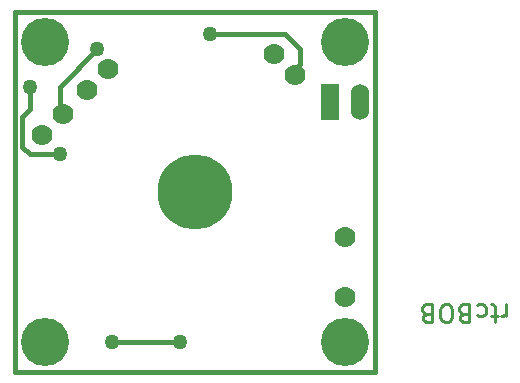
<source format=gtl>
G04 (created by PCBNEW-RS274X (2010-05-05 BZR 2356)-stable) date 12/22/10 19:34:27*
G01*
G70*
G90*
%MOIN*%
G04 Gerber Fmt 3.4, Leading zero omitted, Abs format*
%FSLAX34Y34*%
G04 APERTURE LIST*
%ADD10C,0.005000*%
%ADD11C,0.015000*%
%ADD12C,0.010000*%
%ADD13C,0.250000*%
%ADD14C,0.070000*%
%ADD15R,0.060000X0.120000*%
%ADD16O,0.060000X0.120000*%
%ADD17C,0.160000*%
%ADD18C,0.050000*%
G04 APERTURE END LIST*
G54D10*
G54D11*
X10000Y-22000D02*
X10000Y-10000D01*
X22000Y-22000D02*
X10000Y-22000D01*
X22000Y-10000D02*
X22000Y-22000D01*
X10000Y-10000D02*
X22000Y-10000D01*
G54D12*
X26385Y-19757D02*
X26385Y-20157D01*
X26385Y-20043D02*
X26357Y-20100D01*
X26328Y-20129D01*
X26271Y-20157D01*
X26214Y-20157D01*
X26100Y-20157D02*
X25871Y-20157D01*
X26014Y-20357D02*
X26014Y-19843D01*
X25986Y-19786D01*
X25928Y-19757D01*
X25871Y-19757D01*
X25414Y-19786D02*
X25471Y-19757D01*
X25585Y-19757D01*
X25643Y-19786D01*
X25671Y-19814D01*
X25700Y-19871D01*
X25700Y-20043D01*
X25671Y-20100D01*
X25643Y-20129D01*
X25585Y-20157D01*
X25471Y-20157D01*
X25414Y-20129D01*
X24957Y-20071D02*
X24871Y-20043D01*
X24843Y-20014D01*
X24814Y-19957D01*
X24814Y-19871D01*
X24843Y-19814D01*
X24871Y-19786D01*
X24929Y-19757D01*
X25157Y-19757D01*
X25157Y-20357D01*
X24957Y-20357D01*
X24900Y-20329D01*
X24871Y-20300D01*
X24843Y-20243D01*
X24843Y-20186D01*
X24871Y-20129D01*
X24900Y-20100D01*
X24957Y-20071D01*
X25157Y-20071D01*
X24443Y-20357D02*
X24329Y-20357D01*
X24271Y-20329D01*
X24214Y-20271D01*
X24186Y-20157D01*
X24186Y-19957D01*
X24214Y-19843D01*
X24271Y-19786D01*
X24329Y-19757D01*
X24443Y-19757D01*
X24500Y-19786D01*
X24557Y-19843D01*
X24586Y-19957D01*
X24586Y-20157D01*
X24557Y-20271D01*
X24500Y-20329D01*
X24443Y-20357D01*
X23728Y-20071D02*
X23642Y-20043D01*
X23614Y-20014D01*
X23585Y-19957D01*
X23585Y-19871D01*
X23614Y-19814D01*
X23642Y-19786D01*
X23700Y-19757D01*
X23928Y-19757D01*
X23928Y-20357D01*
X23728Y-20357D01*
X23671Y-20329D01*
X23642Y-20300D01*
X23614Y-20243D01*
X23614Y-20186D01*
X23642Y-20129D01*
X23671Y-20100D01*
X23728Y-20071D01*
X23928Y-20071D01*
G54D13*
X16000Y-16000D03*
G54D14*
X21000Y-19500D03*
X21000Y-17500D03*
G54D15*
X20500Y-13000D03*
G54D16*
X21500Y-13000D03*
G54D14*
X18646Y-11396D03*
X19354Y-12104D03*
X12396Y-12604D03*
X13104Y-11896D03*
X10896Y-14104D03*
X11604Y-13396D03*
G54D17*
X21000Y-21000D03*
X11000Y-21000D03*
X11000Y-11000D03*
X21000Y-11000D03*
G54D18*
X12750Y-11250D03*
X10500Y-12500D03*
X11500Y-14750D03*
X16500Y-10750D03*
X13250Y-21000D03*
X15500Y-21000D03*
X16000Y-16000D03*
G54D11*
X11500Y-13250D02*
X11604Y-13396D01*
X11500Y-12500D02*
X11500Y-13250D01*
X12750Y-11250D02*
X11500Y-12500D01*
X11500Y-14750D02*
X10500Y-14750D01*
X10500Y-13250D02*
X10500Y-12500D01*
X10250Y-13500D02*
X10500Y-13250D01*
X10250Y-14500D02*
X10250Y-13500D01*
X10500Y-14750D02*
X10250Y-14500D01*
X19500Y-11250D02*
X19000Y-10750D01*
X19500Y-11250D02*
X19500Y-11750D01*
X19250Y-12000D02*
X19354Y-12104D01*
X19500Y-11750D02*
X19250Y-12000D01*
X19000Y-10750D02*
X16500Y-10750D01*
X15500Y-21000D02*
X13250Y-21000D01*
M02*

</source>
